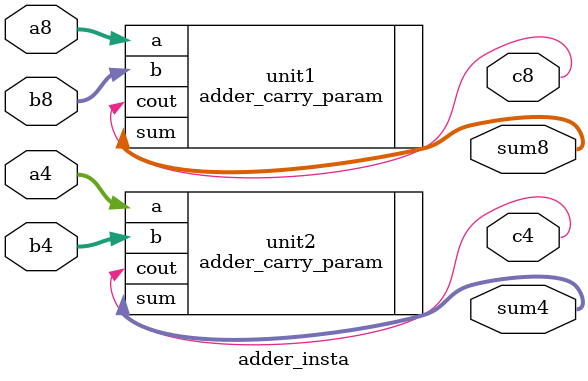
<source format=v>

module adder_insta
    (
     input wire [3:0] a4, b4,
     output wire [3:0] sum4,
     output wire c4,
     input wire [7:0] a8, b8,
     output wire [7:0] sum8,
     output wire c8
    );
    
    // instantiate 8-bit adder
    adder_carry_param #(.N(8)) unit1 (.a(a8), .b(b8), .sum(sum8), .cout(c8));
    
    // instantiate 4-bit adder with default parameter
    adder_carry_param unit2 (.a(a4), .b(b4), .sum(sum4), .cout(c4));
    
endmodule  // adder_insta

</source>
